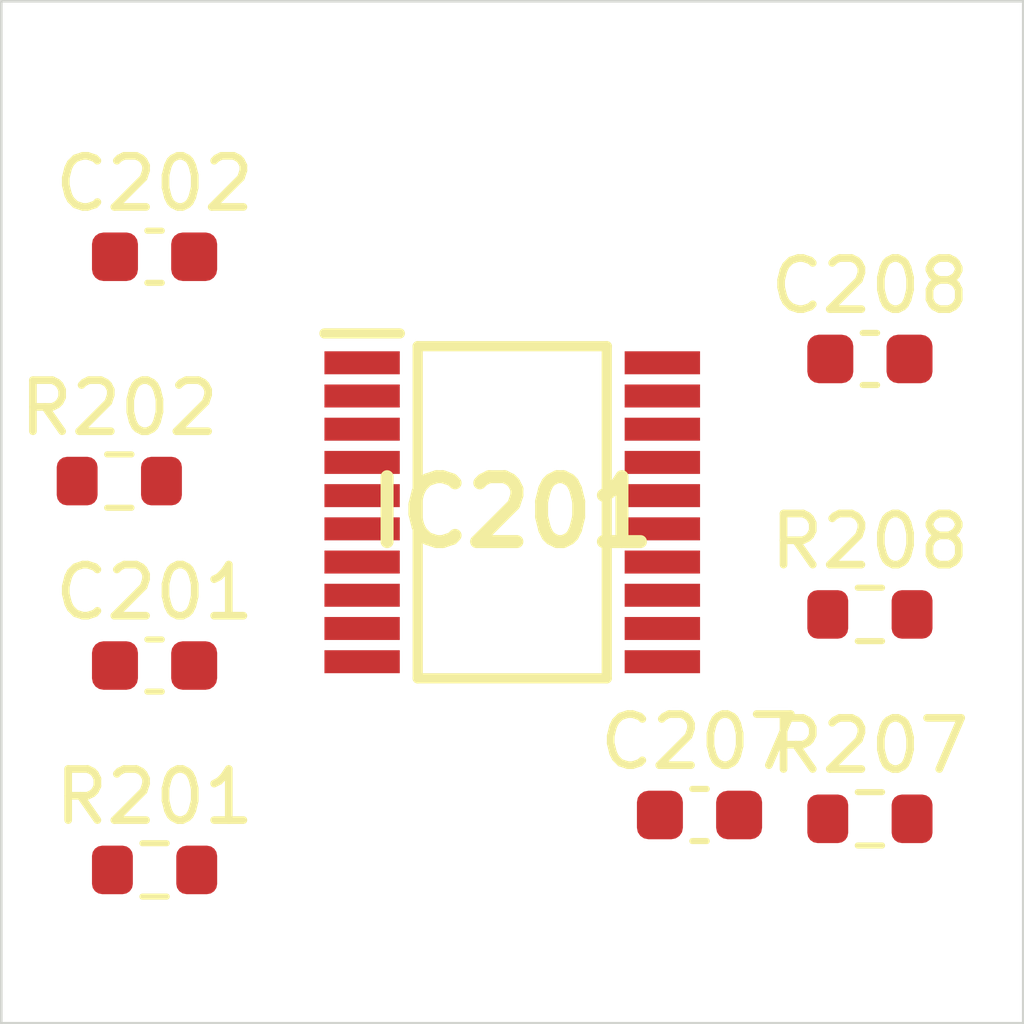
<source format=kicad_pcb>
(kicad_pcb (version 20171130) (host pcbnew 5.1.12-84ad8e8a86~92~ubuntu18.04.1)

  (general
    (thickness 1.6)
    (drawings 4)
    (tracks 0)
    (zones 0)
    (modules 9)
    (nets 19)
  )

  (page A4)
  (layers
    (0 F.Cu signal)
    (31 B.Cu signal)
    (32 B.Adhes user)
    (33 F.Adhes user)
    (34 B.Paste user)
    (35 F.Paste user)
    (36 B.SilkS user)
    (37 F.SilkS user)
    (38 B.Mask user)
    (39 F.Mask user)
    (40 Dwgs.User user)
    (41 Cmts.User user)
    (42 Eco1.User user)
    (43 Eco2.User user)
    (44 Edge.Cuts user)
    (45 Margin user)
    (46 B.CrtYd user)
    (47 F.CrtYd user)
    (48 B.Fab user)
    (49 F.Fab user)
  )

  (setup
    (last_trace_width 0.25)
    (trace_clearance 0.2)
    (zone_clearance 0.508)
    (zone_45_only no)
    (trace_min 0.2)
    (via_size 0.8)
    (via_drill 0.4)
    (via_min_size 0.4)
    (via_min_drill 0.3)
    (uvia_size 0.3)
    (uvia_drill 0.1)
    (uvias_allowed no)
    (uvia_min_size 0.2)
    (uvia_min_drill 0.1)
    (edge_width 0.05)
    (segment_width 0.2)
    (pcb_text_width 0.3)
    (pcb_text_size 1.5 1.5)
    (mod_edge_width 0.12)
    (mod_text_size 1 1)
    (mod_text_width 0.15)
    (pad_size 1.524 1.524)
    (pad_drill 0.762)
    (pad_to_mask_clearance 0)
    (aux_axis_origin 0 0)
    (visible_elements FFFFFF7F)
    (pcbplotparams
      (layerselection 0x010fc_ffffffff)
      (usegerberextensions false)
      (usegerberattributes true)
      (usegerberadvancedattributes true)
      (creategerberjobfile true)
      (excludeedgelayer true)
      (linewidth 0.100000)
      (plotframeref false)
      (viasonmask false)
      (mode 1)
      (useauxorigin false)
      (hpglpennumber 1)
      (hpglpenspeed 20)
      (hpglpendiameter 15.000000)
      (psnegative false)
      (psa4output false)
      (plotreference true)
      (plotvalue true)
      (plotinvisibletext false)
      (padsonsilk false)
      (subtractmaskfromsilk false)
      (outputformat 1)
      (mirror false)
      (drillshape 1)
      (scaleselection 1)
      (outputdirectory ""))
  )

  (net 0 "")
  (net 1 GND)
  (net 2 /Sheet6235D886/ch0)
  (net 3 /Sheet6235D886/ch1)
  (net 4 /Sheet6235D886/ch2)
  (net 5 /Sheet6235D886/ch3)
  (net 6 /Sheet6235D886/ch4)
  (net 7 /Sheet6235D886/ch5)
  (net 8 /Sheet6235D886/ch6)
  (net 9 /Sheet6235D886/ch7)
  (net 10 VDD)
  (net 11 VDDA)
  (net 12 /Sheet6235D886/adc_csn)
  (net 13 /Sheet6235D886/adc_sck)
  (net 14 /Sheet6235D886/adc_sdi)
  (net 15 /Sheet6235D886/adc_sdo)
  (net 16 /Sheet6235D886/vp)
  (net 17 /Sheet6248AD22/chn0)
  (net 18 /Sheet6248AD22/chn3)

  (net_class Default "This is the default net class."
    (clearance 0.2)
    (trace_width 0.25)
    (via_dia 0.8)
    (via_drill 0.4)
    (uvia_dia 0.3)
    (uvia_drill 0.1)
    (add_net /Sheet6235D886/adc_csn)
    (add_net /Sheet6235D886/adc_sck)
    (add_net /Sheet6235D886/adc_sdi)
    (add_net /Sheet6235D886/adc_sdo)
    (add_net /Sheet6235D886/ch0)
    (add_net /Sheet6235D886/ch1)
    (add_net /Sheet6235D886/ch2)
    (add_net /Sheet6235D886/ch3)
    (add_net /Sheet6235D886/ch4)
    (add_net /Sheet6235D886/ch5)
    (add_net /Sheet6235D886/ch6)
    (add_net /Sheet6235D886/ch7)
    (add_net /Sheet6235D886/vp)
    (add_net /Sheet6248AD22/chn0)
    (add_net /Sheet6248AD22/chn3)
    (add_net GND)
    (add_net VDD)
    (add_net VDDA)
  )

  (module Capacitor_SMD:C_0603_1608Metric (layer F.Cu) (tedit 5F68FEEE) (tstamp 6234222D)
    (at 83 113)
    (descr "Capacitor SMD 0603 (1608 Metric), square (rectangular) end terminal, IPC_7351 nominal, (Body size source: IPC-SM-782 page 76, https://www.pcb-3d.com/wordpress/wp-content/uploads/ipc-sm-782a_amendment_1_and_2.pdf), generated with kicad-footprint-generator")
    (tags capacitor)
    (path /6235D887/623691C5)
    (attr smd)
    (fp_text reference C201 (at 0 -1.43) (layer F.SilkS)
      (effects (font (size 1 1) (thickness 0.15)))
    )
    (fp_text value 0.1uF (at 0 1.43) (layer F.Fab)
      (effects (font (size 1 1) (thickness 0.15)))
    )
    (fp_line (start -0.8 0.4) (end -0.8 -0.4) (layer F.Fab) (width 0.1))
    (fp_line (start -0.8 -0.4) (end 0.8 -0.4) (layer F.Fab) (width 0.1))
    (fp_line (start 0.8 -0.4) (end 0.8 0.4) (layer F.Fab) (width 0.1))
    (fp_line (start 0.8 0.4) (end -0.8 0.4) (layer F.Fab) (width 0.1))
    (fp_line (start -0.14058 -0.51) (end 0.14058 -0.51) (layer F.SilkS) (width 0.12))
    (fp_line (start -0.14058 0.51) (end 0.14058 0.51) (layer F.SilkS) (width 0.12))
    (fp_line (start -1.48 0.73) (end -1.48 -0.73) (layer F.CrtYd) (width 0.05))
    (fp_line (start -1.48 -0.73) (end 1.48 -0.73) (layer F.CrtYd) (width 0.05))
    (fp_line (start 1.48 -0.73) (end 1.48 0.73) (layer F.CrtYd) (width 0.05))
    (fp_line (start 1.48 0.73) (end -1.48 0.73) (layer F.CrtYd) (width 0.05))
    (fp_text user %R (at 0 0) (layer F.Fab)
      (effects (font (size 0.4 0.4) (thickness 0.06)))
    )
    (pad 2 smd roundrect (at 0.775 0) (size 0.9 0.95) (layers F.Cu F.Paste F.Mask) (roundrect_rratio 0.25)
      (net 1 GND))
    (pad 1 smd roundrect (at -0.775 0) (size 0.9 0.95) (layers F.Cu F.Paste F.Mask) (roundrect_rratio 0.25)
      (net 2 /Sheet6235D886/ch0))
    (model ${KISYS3DMOD}/Capacitor_SMD.3dshapes/C_0603_1608Metric.wrl
      (at (xyz 0 0 0))
      (scale (xyz 1 1 1))
      (rotate (xyz 0 0 0))
    )
  )

  (module Capacitor_SMD:C_0603_1608Metric (layer F.Cu) (tedit 5F68FEEE) (tstamp 6234223E)
    (at 83 105)
    (descr "Capacitor SMD 0603 (1608 Metric), square (rectangular) end terminal, IPC_7351 nominal, (Body size source: IPC-SM-782 page 76, https://www.pcb-3d.com/wordpress/wp-content/uploads/ipc-sm-782a_amendment_1_and_2.pdf), generated with kicad-footprint-generator")
    (tags capacitor)
    (path /6235D887/62369EE0)
    (attr smd)
    (fp_text reference C202 (at 0 -1.43) (layer F.SilkS)
      (effects (font (size 1 1) (thickness 0.15)))
    )
    (fp_text value 0.1uF (at 0 1.43) (layer F.Fab)
      (effects (font (size 1 1) (thickness 0.15)))
    )
    (fp_line (start 1.48 0.73) (end -1.48 0.73) (layer F.CrtYd) (width 0.05))
    (fp_line (start 1.48 -0.73) (end 1.48 0.73) (layer F.CrtYd) (width 0.05))
    (fp_line (start -1.48 -0.73) (end 1.48 -0.73) (layer F.CrtYd) (width 0.05))
    (fp_line (start -1.48 0.73) (end -1.48 -0.73) (layer F.CrtYd) (width 0.05))
    (fp_line (start -0.14058 0.51) (end 0.14058 0.51) (layer F.SilkS) (width 0.12))
    (fp_line (start -0.14058 -0.51) (end 0.14058 -0.51) (layer F.SilkS) (width 0.12))
    (fp_line (start 0.8 0.4) (end -0.8 0.4) (layer F.Fab) (width 0.1))
    (fp_line (start 0.8 -0.4) (end 0.8 0.4) (layer F.Fab) (width 0.1))
    (fp_line (start -0.8 -0.4) (end 0.8 -0.4) (layer F.Fab) (width 0.1))
    (fp_line (start -0.8 0.4) (end -0.8 -0.4) (layer F.Fab) (width 0.1))
    (fp_text user %R (at 0 0) (layer F.Fab)
      (effects (font (size 0.4 0.4) (thickness 0.06)))
    )
    (pad 1 smd roundrect (at -0.775 0) (size 0.9 0.95) (layers F.Cu F.Paste F.Mask) (roundrect_rratio 0.25)
      (net 1 GND))
    (pad 2 smd roundrect (at 0.775 0) (size 0.9 0.95) (layers F.Cu F.Paste F.Mask) (roundrect_rratio 0.25)
      (net 3 /Sheet6235D886/ch1))
    (model ${KISYS3DMOD}/Capacitor_SMD.3dshapes/C_0603_1608Metric.wrl
      (at (xyz 0 0 0))
      (scale (xyz 1 1 1))
      (rotate (xyz 0 0 0))
    )
  )

  (module Capacitor_SMD:C_0603_1608Metric (layer F.Cu) (tedit 5F68FEEE) (tstamp 62342293)
    (at 93.665001 115.925001)
    (descr "Capacitor SMD 0603 (1608 Metric), square (rectangular) end terminal, IPC_7351 nominal, (Body size source: IPC-SM-782 page 76, https://www.pcb-3d.com/wordpress/wp-content/uploads/ipc-sm-782a_amendment_1_and_2.pdf), generated with kicad-footprint-generator")
    (tags capacitor)
    (path /6235D887/6238B3FE)
    (attr smd)
    (fp_text reference C207 (at 0 -1.43) (layer F.SilkS)
      (effects (font (size 1 1) (thickness 0.15)))
    )
    (fp_text value 0.1uF (at 0 1.43) (layer F.Fab)
      (effects (font (size 1 1) (thickness 0.15)))
    )
    (fp_line (start -0.8 0.4) (end -0.8 -0.4) (layer F.Fab) (width 0.1))
    (fp_line (start -0.8 -0.4) (end 0.8 -0.4) (layer F.Fab) (width 0.1))
    (fp_line (start 0.8 -0.4) (end 0.8 0.4) (layer F.Fab) (width 0.1))
    (fp_line (start 0.8 0.4) (end -0.8 0.4) (layer F.Fab) (width 0.1))
    (fp_line (start -0.14058 -0.51) (end 0.14058 -0.51) (layer F.SilkS) (width 0.12))
    (fp_line (start -0.14058 0.51) (end 0.14058 0.51) (layer F.SilkS) (width 0.12))
    (fp_line (start -1.48 0.73) (end -1.48 -0.73) (layer F.CrtYd) (width 0.05))
    (fp_line (start -1.48 -0.73) (end 1.48 -0.73) (layer F.CrtYd) (width 0.05))
    (fp_line (start 1.48 -0.73) (end 1.48 0.73) (layer F.CrtYd) (width 0.05))
    (fp_line (start 1.48 0.73) (end -1.48 0.73) (layer F.CrtYd) (width 0.05))
    (fp_text user %R (at 0 0) (layer F.Fab)
      (effects (font (size 0.4 0.4) (thickness 0.06)))
    )
    (pad 2 smd roundrect (at 0.775 0) (size 0.9 0.95) (layers F.Cu F.Paste F.Mask) (roundrect_rratio 0.25)
      (net 1 GND))
    (pad 1 smd roundrect (at -0.775 0) (size 0.9 0.95) (layers F.Cu F.Paste F.Mask) (roundrect_rratio 0.25)
      (net 8 /Sheet6235D886/ch6))
    (model ${KISYS3DMOD}/Capacitor_SMD.3dshapes/C_0603_1608Metric.wrl
      (at (xyz 0 0 0))
      (scale (xyz 1 1 1))
      (rotate (xyz 0 0 0))
    )
  )

  (module Capacitor_SMD:C_0603_1608Metric (layer F.Cu) (tedit 5F68FEEE) (tstamp 623422A4)
    (at 97 107)
    (descr "Capacitor SMD 0603 (1608 Metric), square (rectangular) end terminal, IPC_7351 nominal, (Body size source: IPC-SM-782 page 76, https://www.pcb-3d.com/wordpress/wp-content/uploads/ipc-sm-782a_amendment_1_and_2.pdf), generated with kicad-footprint-generator")
    (tags capacitor)
    (path /6235D887/6238B404)
    (attr smd)
    (fp_text reference C208 (at 0 -1.43) (layer F.SilkS)
      (effects (font (size 1 1) (thickness 0.15)))
    )
    (fp_text value 0.1uF (at 0 1.43) (layer F.Fab)
      (effects (font (size 1 1) (thickness 0.15)))
    )
    (fp_line (start 1.48 0.73) (end -1.48 0.73) (layer F.CrtYd) (width 0.05))
    (fp_line (start 1.48 -0.73) (end 1.48 0.73) (layer F.CrtYd) (width 0.05))
    (fp_line (start -1.48 -0.73) (end 1.48 -0.73) (layer F.CrtYd) (width 0.05))
    (fp_line (start -1.48 0.73) (end -1.48 -0.73) (layer F.CrtYd) (width 0.05))
    (fp_line (start -0.14058 0.51) (end 0.14058 0.51) (layer F.SilkS) (width 0.12))
    (fp_line (start -0.14058 -0.51) (end 0.14058 -0.51) (layer F.SilkS) (width 0.12))
    (fp_line (start 0.8 0.4) (end -0.8 0.4) (layer F.Fab) (width 0.1))
    (fp_line (start 0.8 -0.4) (end 0.8 0.4) (layer F.Fab) (width 0.1))
    (fp_line (start -0.8 -0.4) (end 0.8 -0.4) (layer F.Fab) (width 0.1))
    (fp_line (start -0.8 0.4) (end -0.8 -0.4) (layer F.Fab) (width 0.1))
    (fp_text user %R (at 0 0) (layer F.Fab)
      (effects (font (size 0.4 0.4) (thickness 0.06)))
    )
    (pad 1 smd roundrect (at -0.775 0) (size 0.9 0.95) (layers F.Cu F.Paste F.Mask) (roundrect_rratio 0.25)
      (net 1 GND))
    (pad 2 smd roundrect (at 0.775 0) (size 0.9 0.95) (layers F.Cu F.Paste F.Mask) (roundrect_rratio 0.25)
      (net 9 /Sheet6235D886/ch7))
    (model ${KISYS3DMOD}/Capacitor_SMD.3dshapes/C_0603_1608Metric.wrl
      (at (xyz 0 0 0))
      (scale (xyz 1 1 1))
      (rotate (xyz 0 0 0))
    )
  )

  (module MCP3564R-E_ST:SOP65P640X120-20N locked (layer F.Cu) (tedit 623351C2) (tstamp 623423D6)
    (at 90 110)
    (descr "20-Lead Plastic Thin Shrink Small Outline (ST) - 4.4mm body [TSSOP]")
    (tags "Integrated Circuit")
    (path /6235D887/6235E071)
    (attr smd)
    (fp_text reference IC201 (at 0 0) (layer F.SilkS)
      (effects (font (size 1.27 1.27) (thickness 0.254)))
    )
    (fp_text value MCP3564R-E_ST (at 0 0) (layer F.SilkS) hide
      (effects (font (size 1.27 1.27) (thickness 0.254)))
    )
    (fp_line (start -3.925 -3.55) (end 3.925 -3.55) (layer Dwgs.User) (width 0.05))
    (fp_line (start 3.925 -3.55) (end 3.925 3.55) (layer Dwgs.User) (width 0.05))
    (fp_line (start 3.925 3.55) (end -3.925 3.55) (layer Dwgs.User) (width 0.05))
    (fp_line (start -3.925 3.55) (end -3.925 -3.55) (layer Dwgs.User) (width 0.05))
    (fp_line (start -2.2 -3.25) (end 2.2 -3.25) (layer Dwgs.User) (width 0.1))
    (fp_line (start 2.2 -3.25) (end 2.2 3.25) (layer Dwgs.User) (width 0.1))
    (fp_line (start 2.2 3.25) (end -2.2 3.25) (layer Dwgs.User) (width 0.1))
    (fp_line (start -2.2 3.25) (end -2.2 -3.25) (layer Dwgs.User) (width 0.1))
    (fp_line (start -2.2 -2.6) (end -1.55 -3.25) (layer Dwgs.User) (width 0.1))
    (fp_line (start -1.85 -3.25) (end 1.85 -3.25) (layer F.SilkS) (width 0.2))
    (fp_line (start 1.85 -3.25) (end 1.85 3.25) (layer F.SilkS) (width 0.2))
    (fp_line (start 1.85 3.25) (end -1.85 3.25) (layer F.SilkS) (width 0.2))
    (fp_line (start -1.85 3.25) (end -1.85 -3.25) (layer F.SilkS) (width 0.2))
    (fp_line (start -3.675 -3.5) (end -2.2 -3.5) (layer F.SilkS) (width 0.2))
    (pad 1 smd rect (at -2.938 -2.925 90) (size 0.45 1.475) (layers F.Cu F.Paste F.Mask)
      (net 11 VDDA))
    (pad 2 smd rect (at -2.938 -2.275 90) (size 0.45 1.475) (layers F.Cu F.Paste F.Mask)
      (net 1 GND))
    (pad 3 smd rect (at -2.938 -1.625 90) (size 0.45 1.475) (layers F.Cu F.Paste F.Mask)
      (net 1 GND))
    (pad 4 smd rect (at -2.938 -0.975 90) (size 0.45 1.475) (layers F.Cu F.Paste F.Mask))
    (pad 5 smd rect (at -2.938 -0.325 90) (size 0.45 1.475) (layers F.Cu F.Paste F.Mask)
      (net 2 /Sheet6235D886/ch0))
    (pad 6 smd rect (at -2.938 0.325 90) (size 0.45 1.475) (layers F.Cu F.Paste F.Mask)
      (net 3 /Sheet6235D886/ch1))
    (pad 7 smd rect (at -2.938 0.975 90) (size 0.45 1.475) (layers F.Cu F.Paste F.Mask)
      (net 4 /Sheet6235D886/ch2))
    (pad 8 smd rect (at -2.938 1.625 90) (size 0.45 1.475) (layers F.Cu F.Paste F.Mask)
      (net 5 /Sheet6235D886/ch3))
    (pad 9 smd rect (at -2.938 2.275 90) (size 0.45 1.475) (layers F.Cu F.Paste F.Mask)
      (net 6 /Sheet6235D886/ch4))
    (pad 10 smd rect (at -2.938 2.925 90) (size 0.45 1.475) (layers F.Cu F.Paste F.Mask)
      (net 7 /Sheet6235D886/ch5))
    (pad 11 smd rect (at 2.938 2.925 90) (size 0.45 1.475) (layers F.Cu F.Paste F.Mask)
      (net 8 /Sheet6235D886/ch6))
    (pad 12 smd rect (at 2.938 2.275 90) (size 0.45 1.475) (layers F.Cu F.Paste F.Mask)
      (net 9 /Sheet6235D886/ch7))
    (pad 13 smd rect (at 2.938 1.625 90) (size 0.45 1.475) (layers F.Cu F.Paste F.Mask)
      (net 12 /Sheet6235D886/adc_csn))
    (pad 14 smd rect (at 2.938 0.975 90) (size 0.45 1.475) (layers F.Cu F.Paste F.Mask)
      (net 13 /Sheet6235D886/adc_sck))
    (pad 15 smd rect (at 2.938 0.325 90) (size 0.45 1.475) (layers F.Cu F.Paste F.Mask)
      (net 14 /Sheet6235D886/adc_sdi))
    (pad 16 smd rect (at 2.938 -0.325 90) (size 0.45 1.475) (layers F.Cu F.Paste F.Mask)
      (net 15 /Sheet6235D886/adc_sdo))
    (pad 17 smd rect (at 2.938 -0.975 90) (size 0.45 1.475) (layers F.Cu F.Paste F.Mask))
    (pad 18 smd rect (at 2.938 -1.625 90) (size 0.45 1.475) (layers F.Cu F.Paste F.Mask))
    (pad 19 smd rect (at 2.938 -2.275 90) (size 0.45 1.475) (layers F.Cu F.Paste F.Mask)
      (net 1 GND))
    (pad 20 smd rect (at 2.938 -2.925 90) (size 0.45 1.475) (layers F.Cu F.Paste F.Mask)
      (net 10 VDD))
  )

  (module Resistor_SMD:R_0603_1608Metric (layer F.Cu) (tedit 5F68FEEE) (tstamp 6234250D)
    (at 83 117)
    (descr "Resistor SMD 0603 (1608 Metric), square (rectangular) end terminal, IPC_7351 nominal, (Body size source: IPC-SM-782 page 72, https://www.pcb-3d.com/wordpress/wp-content/uploads/ipc-sm-782a_amendment_1_and_2.pdf), generated with kicad-footprint-generator")
    (tags resistor)
    (path /6235D887/623641B7)
    (attr smd)
    (fp_text reference R201 (at 0 -1.43) (layer F.SilkS)
      (effects (font (size 1 1) (thickness 0.15)))
    )
    (fp_text value 1k (at 0 1.43) (layer F.Fab)
      (effects (font (size 1 1) (thickness 0.15)))
    )
    (fp_line (start -0.8 0.4125) (end -0.8 -0.4125) (layer F.Fab) (width 0.1))
    (fp_line (start -0.8 -0.4125) (end 0.8 -0.4125) (layer F.Fab) (width 0.1))
    (fp_line (start 0.8 -0.4125) (end 0.8 0.4125) (layer F.Fab) (width 0.1))
    (fp_line (start 0.8 0.4125) (end -0.8 0.4125) (layer F.Fab) (width 0.1))
    (fp_line (start -0.237258 -0.5225) (end 0.237258 -0.5225) (layer F.SilkS) (width 0.12))
    (fp_line (start -0.237258 0.5225) (end 0.237258 0.5225) (layer F.SilkS) (width 0.12))
    (fp_line (start -1.48 0.73) (end -1.48 -0.73) (layer F.CrtYd) (width 0.05))
    (fp_line (start -1.48 -0.73) (end 1.48 -0.73) (layer F.CrtYd) (width 0.05))
    (fp_line (start 1.48 -0.73) (end 1.48 0.73) (layer F.CrtYd) (width 0.05))
    (fp_line (start 1.48 0.73) (end -1.48 0.73) (layer F.CrtYd) (width 0.05))
    (fp_text user %R (at 0 0) (layer F.Fab)
      (effects (font (size 0.4 0.4) (thickness 0.06)))
    )
    (pad 2 smd roundrect (at 0.825 0) (size 0.8 0.95) (layers F.Cu F.Paste F.Mask) (roundrect_rratio 0.25)
      (net 16 /Sheet6235D886/vp))
    (pad 1 smd roundrect (at -0.825 0) (size 0.8 0.95) (layers F.Cu F.Paste F.Mask) (roundrect_rratio 0.25)
      (net 2 /Sheet6235D886/ch0))
    (model ${KISYS3DMOD}/Resistor_SMD.3dshapes/R_0603_1608Metric.wrl
      (at (xyz 0 0 0))
      (scale (xyz 1 1 1))
      (rotate (xyz 0 0 0))
    )
  )

  (module Resistor_SMD:R_0603_1608Metric (layer F.Cu) (tedit 5F68FEEE) (tstamp 6234251E)
    (at 82.31 109.39)
    (descr "Resistor SMD 0603 (1608 Metric), square (rectangular) end terminal, IPC_7351 nominal, (Body size source: IPC-SM-782 page 72, https://www.pcb-3d.com/wordpress/wp-content/uploads/ipc-sm-782a_amendment_1_and_2.pdf), generated with kicad-footprint-generator")
    (tags resistor)
    (path /6235D887/6236A646)
    (attr smd)
    (fp_text reference R202 (at 0 -1.43) (layer F.SilkS)
      (effects (font (size 1 1) (thickness 0.15)))
    )
    (fp_text value 1k (at 0 1.43) (layer F.Fab)
      (effects (font (size 1 1) (thickness 0.15)))
    )
    (fp_line (start 1.48 0.73) (end -1.48 0.73) (layer F.CrtYd) (width 0.05))
    (fp_line (start 1.48 -0.73) (end 1.48 0.73) (layer F.CrtYd) (width 0.05))
    (fp_line (start -1.48 -0.73) (end 1.48 -0.73) (layer F.CrtYd) (width 0.05))
    (fp_line (start -1.48 0.73) (end -1.48 -0.73) (layer F.CrtYd) (width 0.05))
    (fp_line (start -0.237258 0.5225) (end 0.237258 0.5225) (layer F.SilkS) (width 0.12))
    (fp_line (start -0.237258 -0.5225) (end 0.237258 -0.5225) (layer F.SilkS) (width 0.12))
    (fp_line (start 0.8 0.4125) (end -0.8 0.4125) (layer F.Fab) (width 0.1))
    (fp_line (start 0.8 -0.4125) (end 0.8 0.4125) (layer F.Fab) (width 0.1))
    (fp_line (start -0.8 -0.4125) (end 0.8 -0.4125) (layer F.Fab) (width 0.1))
    (fp_line (start -0.8 0.4125) (end -0.8 -0.4125) (layer F.Fab) (width 0.1))
    (fp_text user %R (at 0 0) (layer F.Fab)
      (effects (font (size 0.4 0.4) (thickness 0.06)))
    )
    (pad 1 smd roundrect (at -0.825 0) (size 0.8 0.95) (layers F.Cu F.Paste F.Mask) (roundrect_rratio 0.25)
      (net 3 /Sheet6235D886/ch1))
    (pad 2 smd roundrect (at 0.825 0) (size 0.8 0.95) (layers F.Cu F.Paste F.Mask) (roundrect_rratio 0.25)
      (net 17 /Sheet6248AD22/chn0))
    (model ${KISYS3DMOD}/Resistor_SMD.3dshapes/R_0603_1608Metric.wrl
      (at (xyz 0 0 0))
      (scale (xyz 1 1 1))
      (rotate (xyz 0 0 0))
    )
  )

  (module Resistor_SMD:R_0603_1608Metric (layer F.Cu) (tedit 5F68FEEE) (tstamp 62342573)
    (at 97 116)
    (descr "Resistor SMD 0603 (1608 Metric), square (rectangular) end terminal, IPC_7351 nominal, (Body size source: IPC-SM-782 page 72, https://www.pcb-3d.com/wordpress/wp-content/uploads/ipc-sm-782a_amendment_1_and_2.pdf), generated with kicad-footprint-generator")
    (tags resistor)
    (path /6235D887/6238B3F8)
    (attr smd)
    (fp_text reference R207 (at 0 -1.43) (layer F.SilkS)
      (effects (font (size 1 1) (thickness 0.15)))
    )
    (fp_text value 1k (at 0 1.43) (layer F.Fab)
      (effects (font (size 1 1) (thickness 0.15)))
    )
    (fp_line (start -0.8 0.4125) (end -0.8 -0.4125) (layer F.Fab) (width 0.1))
    (fp_line (start -0.8 -0.4125) (end 0.8 -0.4125) (layer F.Fab) (width 0.1))
    (fp_line (start 0.8 -0.4125) (end 0.8 0.4125) (layer F.Fab) (width 0.1))
    (fp_line (start 0.8 0.4125) (end -0.8 0.4125) (layer F.Fab) (width 0.1))
    (fp_line (start -0.237258 -0.5225) (end 0.237258 -0.5225) (layer F.SilkS) (width 0.12))
    (fp_line (start -0.237258 0.5225) (end 0.237258 0.5225) (layer F.SilkS) (width 0.12))
    (fp_line (start -1.48 0.73) (end -1.48 -0.73) (layer F.CrtYd) (width 0.05))
    (fp_line (start -1.48 -0.73) (end 1.48 -0.73) (layer F.CrtYd) (width 0.05))
    (fp_line (start 1.48 -0.73) (end 1.48 0.73) (layer F.CrtYd) (width 0.05))
    (fp_line (start 1.48 0.73) (end -1.48 0.73) (layer F.CrtYd) (width 0.05))
    (fp_text user %R (at 0 0) (layer F.Fab)
      (effects (font (size 0.4 0.4) (thickness 0.06)))
    )
    (pad 2 smd roundrect (at 0.825 0) (size 0.8 0.95) (layers F.Cu F.Paste F.Mask) (roundrect_rratio 0.25)
      (net 16 /Sheet6235D886/vp))
    (pad 1 smd roundrect (at -0.825 0) (size 0.8 0.95) (layers F.Cu F.Paste F.Mask) (roundrect_rratio 0.25)
      (net 8 /Sheet6235D886/ch6))
    (model ${KISYS3DMOD}/Resistor_SMD.3dshapes/R_0603_1608Metric.wrl
      (at (xyz 0 0 0))
      (scale (xyz 1 1 1))
      (rotate (xyz 0 0 0))
    )
  )

  (module Resistor_SMD:R_0603_1608Metric (layer F.Cu) (tedit 5F68FEEE) (tstamp 62342584)
    (at 97 112)
    (descr "Resistor SMD 0603 (1608 Metric), square (rectangular) end terminal, IPC_7351 nominal, (Body size source: IPC-SM-782 page 72, https://www.pcb-3d.com/wordpress/wp-content/uploads/ipc-sm-782a_amendment_1_and_2.pdf), generated with kicad-footprint-generator")
    (tags resistor)
    (path /6235D887/6238B40A)
    (attr smd)
    (fp_text reference R208 (at 0 -1.43) (layer F.SilkS)
      (effects (font (size 1 1) (thickness 0.15)))
    )
    (fp_text value 1k (at 0 1.43) (layer F.Fab)
      (effects (font (size 1 1) (thickness 0.15)))
    )
    (fp_line (start 1.48 0.73) (end -1.48 0.73) (layer F.CrtYd) (width 0.05))
    (fp_line (start 1.48 -0.73) (end 1.48 0.73) (layer F.CrtYd) (width 0.05))
    (fp_line (start -1.48 -0.73) (end 1.48 -0.73) (layer F.CrtYd) (width 0.05))
    (fp_line (start -1.48 0.73) (end -1.48 -0.73) (layer F.CrtYd) (width 0.05))
    (fp_line (start -0.237258 0.5225) (end 0.237258 0.5225) (layer F.SilkS) (width 0.12))
    (fp_line (start -0.237258 -0.5225) (end 0.237258 -0.5225) (layer F.SilkS) (width 0.12))
    (fp_line (start 0.8 0.4125) (end -0.8 0.4125) (layer F.Fab) (width 0.1))
    (fp_line (start 0.8 -0.4125) (end 0.8 0.4125) (layer F.Fab) (width 0.1))
    (fp_line (start -0.8 -0.4125) (end 0.8 -0.4125) (layer F.Fab) (width 0.1))
    (fp_line (start -0.8 0.4125) (end -0.8 -0.4125) (layer F.Fab) (width 0.1))
    (fp_text user %R (at 0 0) (layer F.Fab)
      (effects (font (size 0.4 0.4) (thickness 0.06)))
    )
    (pad 1 smd roundrect (at -0.825 0) (size 0.8 0.95) (layers F.Cu F.Paste F.Mask) (roundrect_rratio 0.25)
      (net 9 /Sheet6235D886/ch7))
    (pad 2 smd roundrect (at 0.825 0) (size 0.8 0.95) (layers F.Cu F.Paste F.Mask) (roundrect_rratio 0.25)
      (net 18 /Sheet6248AD22/chn3))
    (model ${KISYS3DMOD}/Resistor_SMD.3dshapes/R_0603_1608Metric.wrl
      (at (xyz 0 0 0))
      (scale (xyz 1 1 1))
      (rotate (xyz 0 0 0))
    )
  )

  (gr_line (start 100 100) (end 100 120) (layer Edge.Cuts) (width 0.05) (tstamp 62E770C4))
  (gr_line (start 80 120) (end 100 120) (layer Edge.Cuts) (width 0.05) (tstamp 62E770C0))
  (gr_line (start 80 100) (end 100 100) (layer Edge.Cuts) (width 0.05) (tstamp 6234110C))
  (gr_line (start 80 100) (end 80 120) (layer Edge.Cuts) (width 0.05))

)

</source>
